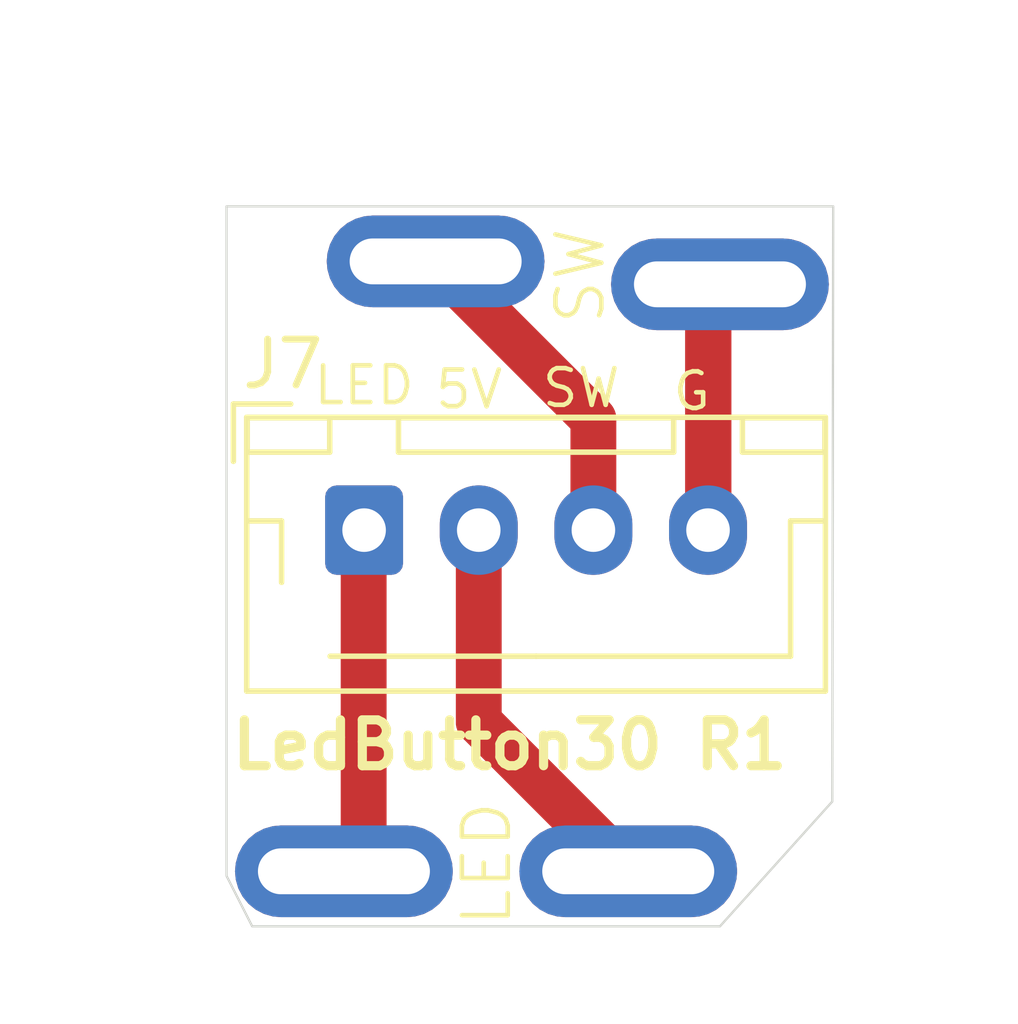
<source format=kicad_pcb>
(kicad_pcb (version 20241229) (generator "pcbnew") (generator_version "9.0")
  (layers (0 "F.Cu" signal) (2 "B.Cu" signal) (13 "F.Paste" user) (15 "B.Paste" user) (5 "F.SilkS" user "F.Silkscreen") (7 "B.SilkS" user "B.Silkscreen") (1 "F.Mask" user) (3 "B.Mask" user) (25 "Edge.Cuts" user))
  (net 0 "")
  (net 1 "/GND")
  (net 2 "/LED0")
  (net 3 "/BUTTON")
  (net 4 "/V5")
  (footprint "Connector_JST:JST_XH_B4B-XH-AM_1x04_P2.50mm_Vertical" (layer "F.Cu") (at 94.44 59.56)
    (property "Reference" "J7" (at -1.77 -3.62 0) (layer "F.SilkS"))
    (property "Value" "Conn_01x04_Pin")
    (fp_line (start -2.85 -2.75) (end -2.85 -1.5) (stroke (width 0.12)) (layer "F.SilkS"))
    (fp_line (start -2.56 -2.46) (end -2.56 3.51) (stroke (width 0.12)) (layer "F.SilkS"))
    (fp_line (start -2.56 3.51) (end 10.06 3.51) (stroke (width 0.12)) (layer "F.SilkS"))
    (fp_line (start -2.55 -2.45) (end -2.55 -1.7) (stroke (width 0.12)) (layer "F.SilkS"))
    (fp_line (start -2.55 -1.7) (end -0.75 -1.7) (stroke (width 0.12)) (layer "F.SilkS"))
    (fp_line (start -2.55 -0.2) (end -1.8 -0.2) (stroke (width 0.12)) (layer "F.SilkS"))
    (fp_line (start -1.8 -0.2) (end -1.8 1.14) (stroke (width 0.12)) (layer "F.SilkS"))
    (fp_line (start -1.6 -2.75) (end -2.85 -2.75) (stroke (width 0.12)) (layer "F.SilkS"))
    (fp_line (start -0.75 -2.45) (end -2.55 -2.45) (stroke (width 0.12)) (layer "F.SilkS"))
    (fp_line (start -0.75 -1.7) (end -0.75 -2.45) (stroke (width 0.12)) (layer "F.SilkS"))
    (fp_line (start 0.75 -2.45) (end 0.75 -1.7) (stroke (width 0.12)) (layer "F.SilkS"))
    (fp_line (start 0.75 -1.7) (end 6.75 -1.7) (stroke (width 0.12)) (layer "F.SilkS"))
    (fp_line (start 3.75 2.75) (end -0.74 2.75) (stroke (width 0.12)) (layer "F.SilkS"))
    (fp_line (start 6.75 -2.45) (end 0.75 -2.45) (stroke (width 0.12)) (layer "F.SilkS"))
    (fp_line (start 6.75 -1.7) (end 6.75 -2.45) (stroke (width 0.12)) (layer "F.SilkS"))
    (fp_line (start 8.25 -2.45) (end 8.25 -1.7) (stroke (width 0.12)) (layer "F.SilkS"))
    (fp_line (start 8.25 -1.7) (end 10.05 -1.7) (stroke (width 0.12)) (layer "F.SilkS"))
    (fp_line (start 9.3 -0.2) (end 9.3 2.75) (stroke (width 0.12)) (layer "F.SilkS"))
    (fp_line (start 9.3 2.75) (end 3.75 2.75) (stroke (width 0.12)) (layer "F.SilkS"))
    (fp_line (start 10.05 -2.45) (end 8.25 -2.45) (stroke (width 0.12)) (layer "F.SilkS"))
    (fp_line (start 10.05 -1.7) (end 10.05 -2.45) (stroke (width 0.12)) (layer "F.SilkS"))
    (fp_line (start 10.05 -0.2) (end 9.3 -0.2) (stroke (width 0.12)) (layer "F.SilkS"))
    (fp_line (start 10.06 -2.46) (end -2.56 -2.46) (stroke (width 0.12)) (layer "F.SilkS"))
    (fp_line (start 10.06 3.51) (end 10.06 -2.46) (stroke (width 0.12)) (layer "F.SilkS"))
    (pad "" np_thru_hole circle (at -1.6 2) (size 1.2 1.2) (drill 1.2) (layers "*.Cu" "*.Mask"))
    (pad "1" thru_hole roundrect (at 0 0) (size 1.7 1.95) (drill 0.95) (layers "*.Cu" "*.Mask") (roundrect_rratio 0.147059) (net 2 "/LED0"))
    (pad "2" thru_hole oval (at 2.5 0) (size 1.7 1.95) (drill 0.95) (layers "*.Cu" "*.Mask") (net 4 "/V5"))
    (pad "3" thru_hole oval (at 5 0) (size 1.7 1.95) (drill 0.95) (layers "*.Cu" "*.Mask") (net 3 "/BUTTON"))
    (pad "4" thru_hole oval (at 7.5 0) (size 1.7 1.95) (drill 0.95) (layers "*.Cu" "*.Mask") (net 1 "/GND"))
  )
  (footprint "Library:blade_3.75x1" (layer "F.Cu") (at 100.2 67)
    (property "Reference" "J4" (hide yes))
    (property "Value" "Blade_LED")
    (pad "1" thru_hole roundrect (at 0 0) (size 4.75 2) (drill oval 3.75 1) (layers "*.Cu" "*.Mask") (roundrect_rratio 0.5) (net 4 "/V5"))
  )
  (footprint "Library:blade_3.75x1" (layer "F.Cu") (at 94 67)
    (property "Reference" "J3" (hide yes))
    (property "Value" "Blade_LED")
    (pad "1" thru_hole roundrect (at 0 0) (size 4.75 2) (drill oval 3.75 1) (layers "*.Cu" "*.Mask") (roundrect_rratio 0.5) (net 2 "/LED0"))
  )
  (footprint "Library:blade_3.75x1" (layer "F.Cu") (at 95.4 54.3)
    (property "Reference" "J6" (hide yes))
    (property "Value" "Blade_SW")
    (pad "1" thru_hole roundrect (at 0.6 -0.6) (size 4.75 2) (drill oval 3.75 1) (layers "*.Cu" "*.Mask") (roundrect_rratio 0.5) (net 3 "/BUTTON"))
  )
  (footprint "Library:blade_3.75x1" (layer "F.Cu") (at 101.7 55.5)
    (property "Reference" "J5" (hide yes))
    (property "Value" "Blade_SW")
    (pad "1" thru_hole roundrect (at 0.5 -1.3) (size 4.75 2) (drill oval 3.75 1) (layers "*.Cu" "*.Mask") (roundrect_rratio 0.5) (net 1 "/GND"))
  )
  (gr_poly (pts (xy 92 68.2) (xy 91.44 67.1) (xy 91.44 52.5) (xy 104.67 52.5) (xy 104.65 65.477778) (xy 102.2 68.2)) (stroke (width 0.05)) (fill no) (layer "Edge.Cuts"))
  (gr_text "SW" (at 99.74 55.13 90) (layer "F.SilkS") (effects (font (size 1 1) (thickness 0.1)) (justify left bottom)))
  (gr_text "LedButton30 R1" (at 91.46 64.83 0) (layer "F.SilkS") (effects (font (size 1 1) (thickness 0.2) (bold yes)) (justify left bottom)))
  (gr_text "SW" (at 98.27 56.93 0) (layer "F.SilkS") (effects (font (size 0.8 0.8) (thickness 0.1)) (justify left bottom)))
  (gr_text "LED" (at 93.29 56.87 0) (layer "F.SilkS") (effects (font (size 0.8 0.8) (thickness 0.1)) (justify left bottom)))
  (gr_text "G" (at 101.12 57 0) (layer "F.SilkS") (effects (font (size 0.8 0.8) (thickness 0.1)) (justify left bottom)))
  (gr_text "LED" (at 97.7 68.26 90) (layer "F.SilkS") (effects (font (size 1 1) (thickness 0.1)) (justify left bottom)))
  (gr_text "5V" (at 95.94 56.96 0) (layer "F.SilkS") (effects (font (size 0.8 0.8) (thickness 0.1)) (justify left bottom)))
  (segment (start 101.71 59.56) (end 101.94 59.33) (width 1) (layer "F.Cu") (net 1))
  (segment (start 102.2 59.3) (end 101.94 59.56) (width 0.5) (layer "F.Cu") (net 1))
  (segment (start 101.94 54.92) (end 101.71 54.69) (width 1) (layer "F.Cu") (net 1))
  (segment (start 101.71 54.69) (end 102.2 54.2) (width 0.5) (layer "F.Cu") (net 1))
  (segment (start 101.94 59.33) (end 101.94 54.92) (width 1) (layer "F.Cu") (net 1))
  (segment (start 102.2 54.2) (end 102.2 59.3) (width 0.5) (layer "F.Cu") (net 1))
  (segment (start 94.43 66.57) (end 94.21 66.79) (width 1) (layer "F.Cu") (net 2))
  (segment (start 94.43 59.78) (end 94.43 66.57) (width 1) (layer "F.Cu") (net 2))
  (segment (start 94.21 59.56) (end 94.43 59.78) (width 1) (layer "F.Cu") (net 2))
  (segment (start 94.21 66.79) (end 94 67) (width 0.5) (layer "F.Cu") (net 2))
  (segment (start 94.44 66.56) (end 94 67) (width 0.5) (layer "F.Cu") (net 2))
  (segment (start 94.44 59.56) (end 94.44 66.56) (width 0.5) (layer "F.Cu") (net 2))
  (segment (start 99.44 57.14) (end 99.44 59.33) (width 1) (layer "F.Cu") (net 3))
  (segment (start 99.44 59.56) (end 99.44 57.14) (width 0.5) (layer "F.Cu") (net 3))
  (segment (start 99.44 57.14) (end 96 53.7) (width 1) (layer "F.Cu") (net 3))
  (segment (start 99.44 59.33) (end 99.21 59.56) (width 1) (layer "F.Cu") (net 3))
  (segment (start 96.71 59.56) (end 96.94 59.79) (width 1) (layer "F.Cu") (net 4))
  (segment (start 96.94 59.56) (end 96.94 63.74) (width 0.5) (layer "F.Cu") (net 4))
  (segment (start 96.94 59.79) (end 96.94 63.74) (width 1) (layer "F.Cu") (net 4))
  (segment (start 96.94 63.74) (end 100.2 67) (width 1) (layer "F.Cu") (net 4))
)
</source>
